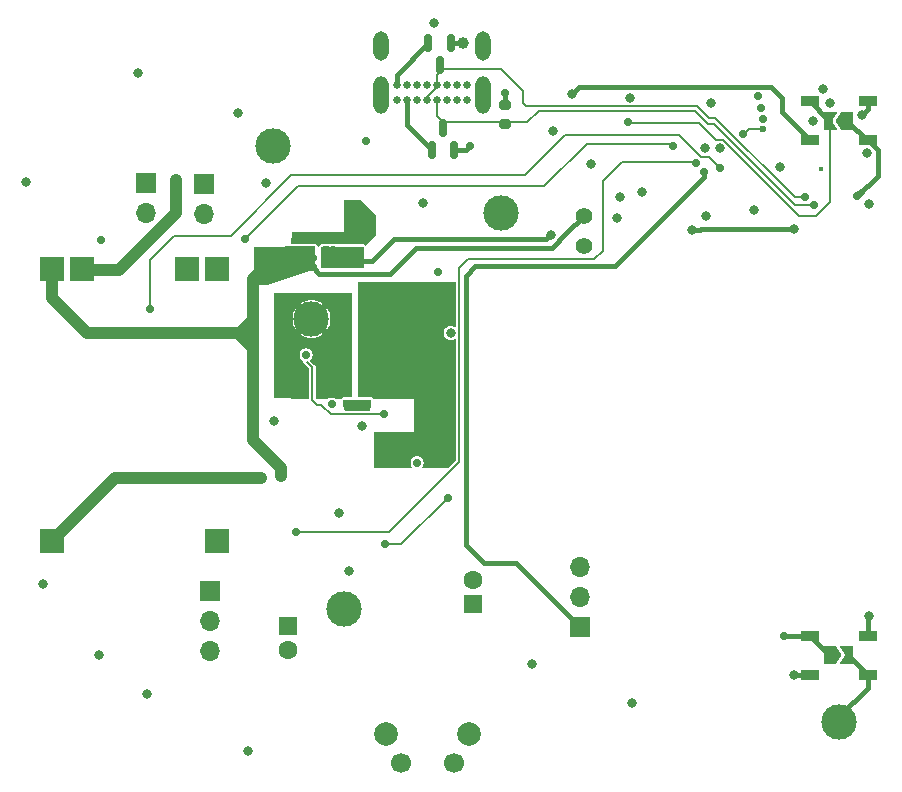
<source format=gbr>
%TF.GenerationSoftware,KiCad,Pcbnew,8.0.7*%
%TF.CreationDate,2025-02-05T21:47:47-05:00*%
%TF.ProjectId,SHERPENT20250113,53484552-5045-44e5-9432-303235303131,rev?*%
%TF.SameCoordinates,Original*%
%TF.FileFunction,Copper,L4,Bot*%
%TF.FilePolarity,Positive*%
%FSLAX46Y46*%
G04 Gerber Fmt 4.6, Leading zero omitted, Abs format (unit mm)*
G04 Created by KiCad (PCBNEW 8.0.7) date 2025-02-05 21:47:47*
%MOMM*%
%LPD*%
G01*
G04 APERTURE LIST*
G04 Aperture macros list*
%AMRoundRect*
0 Rectangle with rounded corners*
0 $1 Rounding radius*
0 $2 $3 $4 $5 $6 $7 $8 $9 X,Y pos of 4 corners*
0 Add a 4 corners polygon primitive as box body*
4,1,4,$2,$3,$4,$5,$6,$7,$8,$9,$2,$3,0*
0 Add four circle primitives for the rounded corners*
1,1,$1+$1,$2,$3*
1,1,$1+$1,$4,$5*
1,1,$1+$1,$6,$7*
1,1,$1+$1,$8,$9*
0 Add four rect primitives between the rounded corners*
20,1,$1+$1,$2,$3,$4,$5,0*
20,1,$1+$1,$4,$5,$6,$7,0*
20,1,$1+$1,$6,$7,$8,$9,0*
20,1,$1+$1,$8,$9,$2,$3,0*%
%AMFreePoly0*
4,1,6,1.000000,0.000000,0.500000,-0.750000,-0.500000,-0.750000,-0.500000,0.750000,0.500000,0.750000,1.000000,0.000000,1.000000,0.000000,$1*%
%AMFreePoly1*
4,1,6,0.500000,-0.750000,-0.650000,-0.750000,-0.150000,0.000000,-0.650000,0.750000,0.500000,0.750000,0.500000,-0.750000,0.500000,-0.750000,$1*%
G04 Aperture macros list end*
%TA.AperFunction,ComponentPad*%
%ADD10C,3.000000*%
%TD*%
%TA.AperFunction,ComponentPad*%
%ADD11R,1.600000X1.600000*%
%TD*%
%TA.AperFunction,ComponentPad*%
%ADD12C,1.600000*%
%TD*%
%TA.AperFunction,ComponentPad*%
%ADD13R,1.700000X1.700000*%
%TD*%
%TA.AperFunction,ComponentPad*%
%ADD14O,1.700000X1.700000*%
%TD*%
%TA.AperFunction,ComponentPad*%
%ADD15C,0.648000*%
%TD*%
%TA.AperFunction,ComponentPad*%
%ADD16O,1.300000X2.500000*%
%TD*%
%TA.AperFunction,ComponentPad*%
%ADD17O,1.300000X3.200000*%
%TD*%
%TA.AperFunction,ComponentPad*%
%ADD18C,1.400000*%
%TD*%
%TA.AperFunction,ComponentPad*%
%ADD19R,2.000000X2.000000*%
%TD*%
%TA.AperFunction,ComponentPad*%
%ADD20C,1.700000*%
%TD*%
%TA.AperFunction,ComponentPad*%
%ADD21C,2.000000*%
%TD*%
%TA.AperFunction,SMDPad,CuDef*%
%ADD22RoundRect,0.150000X0.150000X-0.587500X0.150000X0.587500X-0.150000X0.587500X-0.150000X-0.587500X0*%
%TD*%
%TA.AperFunction,SMDPad,CuDef*%
%ADD23RoundRect,0.200000X-0.275000X0.200000X-0.275000X-0.200000X0.275000X-0.200000X0.275000X0.200000X0*%
%TD*%
%TA.AperFunction,SMDPad,CuDef*%
%ADD24RoundRect,0.090000X0.660000X0.360000X-0.660000X0.360000X-0.660000X-0.360000X0.660000X-0.360000X0*%
%TD*%
%TA.AperFunction,SMDPad,CuDef*%
%ADD25RoundRect,0.150000X-0.150000X0.587500X-0.150000X-0.587500X0.150000X-0.587500X0.150000X0.587500X0*%
%TD*%
%TA.AperFunction,SMDPad,CuDef*%
%ADD26RoundRect,0.090000X-0.660000X-0.360000X0.660000X-0.360000X0.660000X0.360000X-0.660000X0.360000X0*%
%TD*%
%TA.AperFunction,SMDPad,CuDef*%
%ADD27FreePoly0,180.000000*%
%TD*%
%TA.AperFunction,SMDPad,CuDef*%
%ADD28FreePoly1,180.000000*%
%TD*%
%TA.AperFunction,SMDPad,CuDef*%
%ADD29FreePoly0,0.000000*%
%TD*%
%TA.AperFunction,SMDPad,CuDef*%
%ADD30FreePoly1,0.000000*%
%TD*%
%TA.AperFunction,ViaPad*%
%ADD31C,1.000000*%
%TD*%
%TA.AperFunction,ViaPad*%
%ADD32C,0.800000*%
%TD*%
%TA.AperFunction,ViaPad*%
%ADD33C,0.700000*%
%TD*%
%TA.AperFunction,ViaPad*%
%ADD34C,0.450000*%
%TD*%
%TA.AperFunction,ViaPad*%
%ADD35C,0.500000*%
%TD*%
%TA.AperFunction,ViaPad*%
%ADD36C,0.600000*%
%TD*%
%TA.AperFunction,Conductor*%
%ADD37C,0.450000*%
%TD*%
%TA.AperFunction,Conductor*%
%ADD38C,1.000000*%
%TD*%
%TA.AperFunction,Conductor*%
%ADD39C,0.200000*%
%TD*%
%TA.AperFunction,Conductor*%
%ADD40C,0.160000*%
%TD*%
G04 APERTURE END LIST*
D10*
%TO.P,TP1,1,1*%
%TO.N,/VBATT*%
X154927200Y-80467600D03*
%TD*%
%TO.P,TP7,1,1*%
%TO.N,+9V*%
X158153000Y-95148800D03*
%TD*%
D11*
%TO.P,C8,1*%
%TO.N,+9V*%
X171800000Y-119255113D03*
D12*
%TO.P,C8,2*%
%TO.N,GND*%
X171800000Y-117255113D03*
%TD*%
D10*
%TO.P,NEO-END1,1,1*%
%TO.N,Net-(D19-DOUT)*%
X202857000Y-129235600D03*
%TD*%
%TO.P,TP4,1,1*%
%TO.N,+3.3V*%
X174200000Y-86200000D03*
%TD*%
D13*
%TO.P,J2,1,Pin_1*%
%TO.N,/Moteur1_PWM*%
X149600000Y-118175000D03*
D14*
%TO.P,J2,2,Pin_2*%
%TO.N,+9V*%
X149600000Y-120715000D03*
%TO.P,J2,3,Pin_3*%
%TO.N,GND*%
X149600000Y-123255000D03*
%TD*%
D13*
%TO.P,BT1,1,+*%
%TO.N,Net-(BT1-+)*%
X149053945Y-83687345D03*
D14*
%TO.P,BT1,2,-*%
%TO.N,/B-*%
X149053945Y-86227345D03*
%TD*%
D15*
%TO.P,J1,A1,GND1*%
%TO.N,GND*%
X171304800Y-76649200D03*
%TO.P,J1,A4,VBUS1*%
%TO.N,/VUSB*%
X170454800Y-76649200D03*
%TO.P,J1,A5,CC1*%
%TO.N,Net-(J1-CC1)*%
X169604800Y-76649200D03*
%TO.P,J1,A6,DA+*%
%TO.N,/USB_ESP32P*%
X168754800Y-76649200D03*
%TO.P,J1,A7,DA-*%
%TO.N,/USB_ESP32N*%
X167904800Y-76649200D03*
%TO.P,J1,A8,SBU1*%
%TO.N,unconnected-(J1-SBU1-PadA8)*%
X167054800Y-76649200D03*
%TO.P,J1,A9,VBUS2*%
%TO.N,/VUSB*%
X166204800Y-76649200D03*
%TO.P,J1,A12,GND2*%
%TO.N,GND*%
X165354800Y-76649200D03*
%TO.P,J1,B1,GND3*%
X165354800Y-75299200D03*
%TO.P,J1,B4,VBUS3*%
%TO.N,/VUSB*%
X166204800Y-75299200D03*
%TO.P,J1,B5,CC2*%
%TO.N,Net-(J1-CC2)*%
X167054800Y-75299200D03*
%TO.P,J1,B6,DB+*%
%TO.N,/USB_ESP32P*%
X167904800Y-75299200D03*
%TO.P,J1,B7,DB-*%
%TO.N,/USB_ESP32N*%
X168754800Y-75299200D03*
%TO.P,J1,B8,SBU2*%
%TO.N,unconnected-(J1-SBU2-PadB8)*%
X169604800Y-75299200D03*
%TO.P,J1,B9,VBUS4*%
%TO.N,/VUSB*%
X170454800Y-75299200D03*
%TO.P,J1,B12,GND4*%
%TO.N,GND*%
X171304800Y-75299200D03*
D16*
%TO.P,J1,SH1,SHIELD1*%
%TO.N,unconnected-(J1-SHIELD1-PadSH1)*%
X172649800Y-71999200D03*
%TO.P,J1,SH2,SHIELD2*%
%TO.N,unconnected-(J1-SHIELD2-PadSH2)*%
X164009800Y-71999200D03*
D17*
%TO.P,J1,SH3,SHIELD3*%
%TO.N,unconnected-(J1-SHIELD3-PadSH3)*%
X172649800Y-76149200D03*
%TO.P,J1,SH4,SHIELD4*%
%TO.N,unconnected-(J1-SHIELD4-PadSH4)*%
X164009800Y-76149200D03*
%TD*%
D11*
%TO.P,C7,1*%
%TO.N,+9V*%
X156200000Y-121144888D03*
D12*
%TO.P,C7,2*%
%TO.N,GND*%
X156200000Y-123144888D03*
%TD*%
D13*
%TO.P,J3,1,Pin_1*%
%TO.N,/Moteur2_PWM*%
X180860600Y-121234600D03*
D14*
%TO.P,J3,2,Pin_2*%
%TO.N,+9V*%
X180860600Y-118694600D03*
%TO.P,J3,3,Pin_3*%
%TO.N,GND*%
X180860600Y-116154600D03*
%TD*%
D18*
%TO.P,JP19,1,A*%
%TO.N,/VUSB*%
X181267000Y-88931200D03*
%TO.P,JP19,2,B*%
%TO.N,/VBATT*%
X181267000Y-86391200D03*
%TD*%
D13*
%TO.P,BT2,1,+*%
%TO.N,Net-(BT2-+)*%
X144159545Y-83661945D03*
D14*
%TO.P,BT2,2,-*%
%TO.N,/B-*%
X144159545Y-86201945D03*
%TD*%
D19*
%TO.P,U4,1,5V_IN*%
%TO.N,/VUSB*%
X136187500Y-113912500D03*
%TO.P,U4,2,GND*%
%TO.N,GND*%
X150187500Y-113912500D03*
%TO.P,U4,3,Out+*%
%TO.N,/VBATT*%
X136187500Y-90912500D03*
%TO.P,U4,4,Out-*%
%TO.N,GND*%
X150187500Y-90912500D03*
%TO.P,U4,5,B+*%
%TO.N,/VBATT*%
X138727500Y-90912500D03*
%TO.P,U4,6,B-*%
%TO.N,/B-*%
X147647500Y-90912500D03*
%TD*%
D10*
%TO.P,TP2,1,1*%
%TO.N,/VUSB*%
X160900000Y-119700000D03*
%TD*%
D20*
%TO.P,SW1,1*%
%TO.N,GND*%
X165750000Y-132750000D03*
%TO.P,SW1,2*%
%TO.N,Net-(D2-K)*%
X170250000Y-132750000D03*
D21*
%TO.P,SW1,3*%
%TO.N,GND*%
X164500000Y-130250000D03*
%TO.P,SW1,4*%
X171500000Y-130250000D03*
%TD*%
D22*
%TO.P,D27,1,K*%
%TO.N,GND*%
X170250000Y-80837500D03*
%TO.P,D27,2,A*%
%TO.N,/VUSB*%
X168350000Y-80837500D03*
%TO.P,D27,3,K*%
%TO.N,/USB_ESP32P*%
X169300000Y-78962500D03*
%TD*%
D23*
%TO.P,R25,1*%
%TO.N,+3.3V*%
X174500000Y-77000000D03*
%TO.P,R25,2*%
%TO.N,/USB_ESP32P*%
X174500000Y-78650000D03*
%TD*%
D24*
%TO.P,D19,1,VDD*%
%TO.N,+9V*%
X205242400Y-121975000D03*
%TO.P,D19,2,DOUT*%
%TO.N,Net-(D19-DOUT)*%
X205242400Y-125275000D03*
%TO.P,D19,3,VSS*%
%TO.N,GND*%
X200342400Y-125275000D03*
%TO.P,D19,4,DIN*%
%TO.N,Net-(D18-DOUT)*%
X200342400Y-121975000D03*
%TD*%
D25*
%TO.P,D26,1,K*%
%TO.N,GND*%
X168050000Y-71762500D03*
%TO.P,D26,2,A*%
%TO.N,/VUSB*%
X169950000Y-71762500D03*
%TO.P,D26,3,K*%
%TO.N,/USB_ESP32N*%
X169000000Y-73637500D03*
%TD*%
D26*
%TO.P,D7,1,VDD*%
%TO.N,+9V*%
X200342400Y-79998200D03*
%TO.P,D7,2,DOUT*%
%TO.N,Net-(D7-DOUT)*%
X200342400Y-76698200D03*
%TO.P,D7,3,VSS*%
%TO.N,GND*%
X205242400Y-76698200D03*
%TO.P,D7,4,DIN*%
%TO.N,/NEOPX*%
X205242400Y-79998200D03*
%TD*%
D27*
%TO.P,JP1,1,A*%
%TO.N,/NEOPX*%
X203517400Y-78348200D03*
D28*
%TO.P,JP1,2,B*%
%TO.N,Net-(D7-DOUT)*%
X202067400Y-78348200D03*
%TD*%
D29*
%TO.P,JP15,1,A*%
%TO.N,Net-(D18-DOUT)*%
X202067400Y-123625000D03*
D30*
%TO.P,JP15,2,B*%
%TO.N,Net-(D19-DOUT)*%
X203517400Y-123625000D03*
%TD*%
D31*
%TO.N,GND*%
X164750000Y-97000000D03*
X165750000Y-98750000D03*
D32*
X191554000Y-86449800D03*
D31*
X165750000Y-97500000D03*
D32*
X151955400Y-77673600D03*
D33*
X162500000Y-87000000D03*
X161250000Y-87000000D03*
D32*
X197800000Y-82300000D03*
X185100000Y-76400000D03*
D33*
X195988519Y-76300766D03*
D32*
X162397899Y-104192749D03*
D34*
X201318509Y-82422109D03*
D31*
X163750000Y-98750000D03*
D33*
X171600000Y-80500000D03*
D32*
X176820000Y-124335400D03*
D31*
X163500000Y-99877150D03*
D33*
X196419422Y-78180577D03*
X162800000Y-80100000D03*
D32*
X205159204Y-81115800D03*
D33*
X159000000Y-88462945D03*
X140366400Y-88466400D03*
D32*
X201472700Y-75667500D03*
D31*
X164500000Y-100750000D03*
D32*
X200647200Y-78398000D03*
X198996200Y-125275000D03*
D33*
X160500000Y-88462945D03*
D32*
X155003400Y-103810200D03*
X161346600Y-116463600D03*
X160446600Y-111563600D03*
X162877400Y-93243800D03*
D33*
X159750000Y-88462945D03*
D31*
X164750000Y-99500000D03*
D32*
X181800000Y-82000000D03*
X204762000Y-77864600D03*
X144259200Y-126898800D03*
X192000000Y-76900000D03*
X184250000Y-84849600D03*
X135400000Y-117600000D03*
D31*
X163750000Y-97500000D03*
D32*
X205333000Y-85395200D03*
D31*
X164750000Y-98250000D03*
D32*
X186148841Y-84368051D03*
X191482160Y-80631013D03*
%TO.N,/VBATT*%
X199000000Y-87500000D03*
D33*
X156000000Y-91250000D03*
X157500000Y-90000000D03*
D31*
X155613000Y-108407600D03*
D33*
X154500000Y-89750000D03*
X156750000Y-90000000D03*
X158250000Y-90000000D03*
X146700000Y-83400000D03*
X157500000Y-90750000D03*
X146700000Y-84500000D03*
X156750000Y-90750000D03*
X154500000Y-91250000D03*
X153750000Y-89750000D03*
X153750000Y-91250000D03*
X153750000Y-90500000D03*
X158250000Y-90750000D03*
D32*
X190400000Y-87600000D03*
D33*
X154500000Y-90500000D03*
D32*
%TO.N,+9V*%
X169938600Y-96317200D03*
X185331000Y-127635400D03*
D31*
X155750000Y-101000000D03*
X155750000Y-99750000D03*
D33*
X168900000Y-91200000D03*
D32*
X134000000Y-83512800D03*
X205371600Y-120269400D03*
X143470800Y-74347200D03*
X168500000Y-70100000D03*
D31*
X156500000Y-98500000D03*
X159208771Y-101260110D03*
X160413599Y-100482800D03*
D32*
X178600000Y-79223000D03*
X140200000Y-123600000D03*
D31*
X157250000Y-99750000D03*
D32*
X152768200Y-131699400D03*
D31*
X157250000Y-101000000D03*
D32*
X180200000Y-76100000D03*
%TO.N,+3.3V*%
X192752355Y-80646261D03*
X154266800Y-83616145D03*
D33*
X174525000Y-75975000D03*
D32*
X167587800Y-85293200D03*
X202044200Y-76848600D03*
D33*
X196236288Y-77286455D03*
D32*
X184010200Y-86576800D03*
X195630700Y-85954500D03*
D33*
%TO.N,/VUSB*%
X160250000Y-90250000D03*
X159500000Y-90250000D03*
D31*
X171000000Y-71762500D03*
D32*
X178400000Y-88000000D03*
D31*
X153900000Y-108600000D03*
D33*
X161000000Y-90250000D03*
%TO.N,/USB_ESP32P*%
X200700000Y-85500000D03*
%TO.N,/USB_ESP32N*%
X199936000Y-84822148D03*
%TO.N,/Moteur1_PWM*%
X192740613Y-82324212D03*
X144500000Y-94300000D03*
%TO.N,/StayOn*%
X156806800Y-113208200D03*
X190690400Y-81954000D03*
%TO.N,/CHARGE*%
X152500000Y-88400000D03*
X188735873Y-80525000D03*
%TO.N,/Moteur2_PWM*%
X191392852Y-82720775D03*
D35*
%TO.N,Net-(C5-Pad1)*%
X162587040Y-102368840D03*
X161504968Y-102374556D03*
D33*
%TO.N,/NEOPX*%
X204369846Y-84769846D03*
%TO.N,/Button*%
X164376000Y-114226100D03*
X169700000Y-110300000D03*
%TO.N,Net-(Q4-D)*%
X167096600Y-107305600D03*
X159856278Y-102348739D03*
%TO.N,Net-(U2-FB)*%
X164283400Y-103216600D03*
X157700000Y-98200000D03*
%TO.N,Net-(U7-GPIO2)*%
X194698859Y-79526223D03*
D36*
X196367813Y-79036896D03*
D33*
%TO.N,Net-(D7-DOUT)*%
X184964600Y-78435400D03*
%TO.N,Net-(D18-DOUT)*%
X198183400Y-122022000D03*
%TD*%
D37*
%TO.N,GND*%
X170250000Y-80837500D02*
X171262500Y-80837500D01*
X205242400Y-77384200D02*
X204762000Y-77864600D01*
X165354800Y-74457700D02*
X168050000Y-71762500D01*
X200342400Y-125275000D02*
X198996200Y-125275000D01*
X205242400Y-76698200D02*
X205242400Y-77384200D01*
X171262500Y-80837500D02*
X171600000Y-80500000D01*
X165354800Y-75299200D02*
X165354800Y-74457700D01*
D38*
%TO.N,/VBATT*%
X139175000Y-96375000D02*
X153150400Y-96375000D01*
D37*
X191109373Y-87500000D02*
X191009373Y-87600000D01*
X178500000Y-89100000D02*
X167021200Y-89100000D01*
X179700000Y-87900000D02*
X178500000Y-89100000D01*
X164821200Y-91300000D02*
X158800000Y-91300000D01*
D38*
X153225400Y-105359600D02*
X153225400Y-96300000D01*
D37*
X158800000Y-91300000D02*
X158250000Y-90750000D01*
D38*
X155613000Y-108407600D02*
X155613000Y-107747200D01*
X136187500Y-93387500D02*
X139175000Y-96375000D01*
X136187500Y-91012500D02*
X136187500Y-93387500D01*
X155613000Y-107747200D02*
X153225400Y-105359600D01*
X146700000Y-86200000D02*
X141887500Y-91012500D01*
X153150400Y-96375000D02*
X153225400Y-96300000D01*
X141887500Y-91012500D02*
X139687500Y-91012500D01*
D37*
X181213825Y-86391200D02*
X179705025Y-87900000D01*
X179705025Y-87900000D02*
X179700000Y-87900000D01*
X181267000Y-86391200D02*
X181213825Y-86391200D01*
D38*
X153225400Y-91774600D02*
X154500000Y-90500000D01*
D37*
X199000000Y-87500000D02*
X191109373Y-87500000D01*
D38*
X153225400Y-96300000D02*
X153225400Y-91774600D01*
D37*
X191009373Y-87600000D02*
X190400000Y-87600000D01*
X167021200Y-89100000D02*
X164821200Y-91300000D01*
D38*
X146700000Y-83400000D02*
X146700000Y-86200000D01*
D37*
%TO.N,+9V*%
X200342400Y-79998200D02*
X198000000Y-77655800D01*
X205242400Y-120398600D02*
X205371600Y-120269400D01*
X198000000Y-76401525D02*
X197098475Y-75500000D01*
X205242400Y-121975000D02*
X205242400Y-120398600D01*
X180800000Y-75500000D02*
X180200000Y-76100000D01*
X198000000Y-77655800D02*
X198000000Y-76401525D01*
X197098475Y-75500000D02*
X180800000Y-75500000D01*
%TO.N,+3.3V*%
X174525000Y-75975000D02*
X174525000Y-76975000D01*
X174525000Y-76975000D02*
X174500000Y-77000000D01*
D38*
%TO.N,/VUSB*%
X141500000Y-108600000D02*
X153900000Y-108600000D01*
X136187500Y-113912500D02*
X141500000Y-108600000D01*
D37*
X166204800Y-78692300D02*
X166204800Y-76649200D01*
X165100000Y-88400000D02*
X163250000Y-90250000D01*
X178000000Y-88400000D02*
X165100000Y-88400000D01*
X169950000Y-71762500D02*
X171000000Y-71762500D01*
X163250000Y-90250000D02*
X161000000Y-90250000D01*
X178400000Y-88000000D02*
X178000000Y-88400000D01*
X168350000Y-80837500D02*
X166204800Y-78692300D01*
D39*
%TO.N,/USB_ESP32P*%
X191720278Y-78600000D02*
X190620278Y-77500000D01*
X177400000Y-77500000D02*
X176425000Y-78475000D01*
X169275000Y-78475000D02*
X168754800Y-77954800D01*
X176425000Y-78475000D02*
X169275000Y-78475000D01*
X199105162Y-85500000D02*
X192205162Y-78600000D01*
X200700000Y-85500000D02*
X199105162Y-85500000D01*
X192205162Y-78600000D02*
X191720278Y-78600000D01*
X168754800Y-77954800D02*
X168754800Y-76649200D01*
X190620278Y-77500000D02*
X177400000Y-77500000D01*
%TO.N,/USB_ESP32N*%
X176075100Y-76873429D02*
X176075100Y-75875100D01*
X176301671Y-77100000D02*
X176075100Y-76873429D01*
X168754800Y-75545200D02*
X168754800Y-75299200D01*
X167904800Y-76649200D02*
X167904800Y-76395200D01*
X167904800Y-76395200D02*
X168754800Y-75545200D01*
X199074227Y-84822148D02*
X192352079Y-78100000D01*
X190785964Y-77100000D02*
X176301671Y-77100000D01*
X169275000Y-74000000D02*
X168754800Y-74520200D01*
X168754800Y-74520200D02*
X168754800Y-75299200D01*
X192352079Y-78100000D02*
X191785964Y-78100000D01*
X191785964Y-78100000D02*
X190785964Y-77100000D01*
X176075100Y-75875100D02*
X174200000Y-74000000D01*
X174200000Y-74000000D02*
X169275000Y-74000000D01*
X199936000Y-84822148D02*
X199074227Y-84822148D01*
D40*
%TO.N,/Moteur1_PWM*%
X191100000Y-81400000D02*
X189250000Y-79550000D01*
X179650000Y-79550000D02*
X176200000Y-83000000D01*
X146550000Y-88100000D02*
X144500000Y-90150000D01*
X151350000Y-88100000D02*
X146550000Y-88100000D01*
X156450000Y-83000000D02*
X151350000Y-88100000D01*
X192740613Y-82324212D02*
X191816401Y-81400000D01*
X144500000Y-90150000D02*
X144500000Y-94300000D01*
X189250000Y-79550000D02*
X179650000Y-79550000D01*
X176200000Y-83000000D02*
X156450000Y-83000000D01*
X191816401Y-81400000D02*
X191100000Y-81400000D01*
%TO.N,/StayOn*%
X170640600Y-107299573D02*
X164731973Y-113208200D01*
X164731973Y-113208200D02*
X156806800Y-113208200D01*
X182800000Y-83500000D02*
X182800000Y-89400000D01*
X182800000Y-89400000D02*
X182100000Y-90100000D01*
X170640600Y-90859400D02*
X170640600Y-107299573D01*
X171400000Y-90100000D02*
X170640600Y-90859400D01*
X190690400Y-81954000D02*
X190588800Y-81852400D01*
X182100000Y-90100000D02*
X171400000Y-90100000D01*
X190588800Y-81852400D02*
X184447600Y-81852400D01*
X184447600Y-81852400D02*
X182800000Y-83500000D01*
%TO.N,/CHARGE*%
X152532000Y-88400000D02*
X157032000Y-83900000D01*
X188510873Y-80300000D02*
X188735873Y-80525000D01*
X152500000Y-88400000D02*
X152532000Y-88400000D01*
X157032000Y-83900000D02*
X177875000Y-83900000D01*
X177875000Y-83900000D02*
X181475000Y-80300000D01*
X181475000Y-80300000D02*
X188510873Y-80300000D01*
D37*
%TO.N,/Moteur2_PWM*%
X171234000Y-91491200D02*
X171234000Y-114309705D01*
X172748695Y-115824400D02*
X175450400Y-115824400D01*
X191392852Y-83136602D02*
X183829454Y-90700000D01*
X171234000Y-114309705D02*
X172748695Y-115824400D01*
X172025200Y-90700000D02*
X171234000Y-91491200D01*
X183829454Y-90700000D02*
X172025200Y-90700000D01*
X175450400Y-115824400D02*
X180860600Y-121234600D01*
X191392852Y-82720775D02*
X191392852Y-83136602D01*
%TO.N,/NEOPX*%
X206100000Y-83039692D02*
X206100000Y-80855800D01*
X205167400Y-79998200D02*
X203517400Y-78348200D01*
X204369846Y-84769846D02*
X206100000Y-83039692D01*
X206100000Y-80855800D02*
X205242400Y-79998200D01*
X205242400Y-79998200D02*
X205167400Y-79998200D01*
D40*
%TO.N,/Button*%
X165773900Y-114226100D02*
X169700000Y-110300000D01*
X164376000Y-114226100D02*
X165773900Y-114226100D01*
%TO.N,Net-(U2-FB)*%
X159000000Y-102400000D02*
X159816600Y-103216600D01*
X159816600Y-103216600D02*
X164283400Y-103216600D01*
X158225000Y-99234000D02*
X158225000Y-101975000D01*
X158225000Y-101975000D02*
X158650000Y-102400000D01*
X158650000Y-102400000D02*
X159000000Y-102400000D01*
X157746600Y-98755600D02*
X158225000Y-99234000D01*
%TO.N,Net-(U7-GPIO2)*%
X196367813Y-79036896D02*
X195188186Y-79036896D01*
X195188186Y-79036896D02*
X194698859Y-79526223D01*
D37*
%TO.N,Net-(D7-DOUT)*%
X201992400Y-78348200D02*
X200342400Y-76698200D01*
D40*
X190950000Y-78550000D02*
X192366261Y-79966261D01*
X192366261Y-79966261D02*
X193034021Y-79966261D01*
D37*
X202067400Y-78348200D02*
X201992400Y-78348200D01*
D40*
X199467760Y-86400000D02*
X200877818Y-86400000D01*
X184964600Y-78435400D02*
X185079200Y-78550000D01*
X193034021Y-79966261D02*
X199467760Y-86400000D01*
X202067400Y-85210418D02*
X202067400Y-78348200D01*
X200877818Y-86400000D02*
X202067400Y-85210418D01*
X185079200Y-78550000D02*
X190950000Y-78550000D01*
D37*
%TO.N,Net-(D18-DOUT)*%
X198183400Y-122022000D02*
X200295400Y-122022000D01*
X202067400Y-123625000D02*
X201992400Y-123625000D01*
X201992400Y-123625000D02*
X200342400Y-121975000D01*
X200295400Y-122022000D02*
X200342400Y-121975000D01*
%TO.N,Net-(D19-DOUT)*%
X205242400Y-126393000D02*
X202857000Y-128778400D01*
X203592400Y-123625000D02*
X205242400Y-125275000D01*
X203517400Y-123625000D02*
X203592400Y-123625000D01*
X202857000Y-128778400D02*
X202857000Y-129235600D01*
X205242400Y-125275000D02*
X205242400Y-126393000D01*
%TD*%
%TA.AperFunction,Conductor*%
%TO.N,GND*%
G36*
X162307277Y-85053952D02*
G01*
X162307603Y-85054280D01*
X162341275Y-85088600D01*
X163599977Y-86371507D01*
X163614000Y-86405824D01*
X163614000Y-88067303D01*
X163599648Y-88101951D01*
X162785609Y-88915989D01*
X162750961Y-88930341D01*
X162716313Y-88915989D01*
X162709307Y-88907145D01*
X162708000Y-88905035D01*
X162707998Y-88905034D01*
X162707998Y-88905033D01*
X162633758Y-88851632D01*
X162615423Y-88843898D01*
X162599203Y-88837056D01*
X162599201Y-88837055D01*
X162599200Y-88837055D01*
X162520662Y-88820904D01*
X162520665Y-88820904D01*
X161530129Y-88814513D01*
X160539597Y-88808123D01*
X160539596Y-88808123D01*
X160539593Y-88808123D01*
X160525493Y-88808515D01*
X160518830Y-88808930D01*
X160504841Y-88810286D01*
X160493730Y-88810096D01*
X160492070Y-88809877D01*
X160491315Y-88809778D01*
X160478616Y-88808506D01*
X160472552Y-88808088D01*
X160459781Y-88807608D01*
X159915362Y-88804096D01*
X159824628Y-88803511D01*
X159824627Y-88803511D01*
X159824626Y-88803511D01*
X159810537Y-88803903D01*
X159803871Y-88804318D01*
X159789811Y-88805679D01*
X159756391Y-88810078D01*
X159743603Y-88810078D01*
X159702678Y-88804691D01*
X159689959Y-88803417D01*
X159683902Y-88803000D01*
X159671136Y-88802520D01*
X159109661Y-88798898D01*
X159109660Y-88798898D01*
X159109659Y-88798898D01*
X159107999Y-88798944D01*
X159095540Y-88799292D01*
X159088903Y-88799705D01*
X159074853Y-88801066D01*
X159002977Y-88810529D01*
X159002975Y-88810529D01*
X158938899Y-88829968D01*
X158910656Y-88843898D01*
X158910653Y-88843900D01*
X158896505Y-88853450D01*
X158864618Y-88874973D01*
X158864615Y-88874975D01*
X158811696Y-88949557D01*
X158796422Y-88986432D01*
X158794998Y-88985842D01*
X158773986Y-89011203D01*
X158750958Y-89016881D01*
X158725314Y-89016812D01*
X158690705Y-89002367D01*
X158677437Y-88977616D01*
X158676457Y-88972814D01*
X158666619Y-88949560D01*
X158661848Y-88938282D01*
X158661846Y-88938278D01*
X158624783Y-88880267D01*
X158624781Y-88880265D01*
X158549801Y-88827905D01*
X158549799Y-88827904D01*
X158515047Y-88813815D01*
X158515045Y-88813814D01*
X158515044Y-88813814D01*
X158495588Y-88810096D01*
X158436283Y-88798763D01*
X158436282Y-88798763D01*
X158420595Y-88798881D01*
X156504268Y-88813330D01*
X156469513Y-88799239D01*
X156454900Y-88764700D01*
X156454908Y-88763411D01*
X156474425Y-87798009D01*
X156489474Y-87763659D01*
X156523415Y-87750000D01*
X160870800Y-87750000D01*
X160870800Y-85088600D01*
X160885152Y-85053952D01*
X160919800Y-85039600D01*
X162272629Y-85039600D01*
X162307277Y-85053952D01*
G37*
%TD.AperFunction*%
%TD*%
%TA.AperFunction,Conductor*%
%TO.N,+9V*%
G36*
X161542254Y-92978807D02*
G01*
X161556739Y-93013400D01*
X161556739Y-93013449D01*
X161581493Y-101726761D01*
X161567240Y-101761450D01*
X161532632Y-101775900D01*
X160894400Y-101775900D01*
X160855259Y-101783685D01*
X160815759Y-101791542D01*
X160815749Y-101791545D01*
X160781116Y-101805891D01*
X160781110Y-101805894D01*
X160781109Y-101805895D01*
X160740949Y-101831129D01*
X160722819Y-101842521D01*
X160695522Y-101880991D01*
X160663766Y-101900943D01*
X160655372Y-101901635D01*
X160192019Y-101899853D01*
X160162378Y-101889728D01*
X160159026Y-101887156D01*
X160133903Y-101867878D01*
X160133900Y-101867877D01*
X160133898Y-101867875D01*
X159999986Y-101812408D01*
X159856278Y-101793489D01*
X159712569Y-101812408D01*
X159578652Y-101867878D01*
X159578648Y-101867880D01*
X159553528Y-101887156D01*
X159523511Y-101897282D01*
X158560372Y-101893577D01*
X158525912Y-101879225D01*
X158519852Y-101873165D01*
X158505500Y-101838517D01*
X158505500Y-99197070D01*
X158495942Y-99161401D01*
X158486384Y-99125731D01*
X158449456Y-99061769D01*
X158397231Y-99009544D01*
X158397230Y-99009543D01*
X158068579Y-98680892D01*
X158054227Y-98646244D01*
X158068579Y-98611596D01*
X158073377Y-98607386D01*
X158092621Y-98592621D01*
X158180861Y-98477625D01*
X158236330Y-98343709D01*
X158255250Y-98200000D01*
X158236330Y-98056291D01*
X158180861Y-97922375D01*
X158092621Y-97807379D01*
X157977625Y-97719139D01*
X157977620Y-97719136D01*
X157843708Y-97663669D01*
X157700000Y-97644750D01*
X157556291Y-97663669D01*
X157422379Y-97719136D01*
X157422374Y-97719139D01*
X157307379Y-97807378D01*
X157307378Y-97807379D01*
X157219139Y-97922374D01*
X157219136Y-97922379D01*
X157163669Y-98056291D01*
X157144750Y-98200000D01*
X157163669Y-98343708D01*
X157219136Y-98477620D01*
X157219139Y-98477625D01*
X157307379Y-98592621D01*
X157422375Y-98680861D01*
X157435850Y-98686442D01*
X157462369Y-98712958D01*
X157466100Y-98731712D01*
X157466100Y-98792530D01*
X157485215Y-98863867D01*
X157485216Y-98863871D01*
X157522141Y-98927825D01*
X157522143Y-98927827D01*
X157522145Y-98927831D01*
X157522148Y-98927834D01*
X157930148Y-99335834D01*
X157944500Y-99370482D01*
X157944500Y-101842019D01*
X157930148Y-101876667D01*
X157895500Y-101891019D01*
X157895312Y-101891019D01*
X155026672Y-101879987D01*
X154992079Y-101865502D01*
X154977860Y-101831129D01*
X154958768Y-95148800D01*
X156548052Y-95148800D01*
X156567812Y-95399872D01*
X156626603Y-95644754D01*
X156722982Y-95877434D01*
X156722984Y-95877437D01*
X156854561Y-96092152D01*
X156854568Y-96092162D01*
X156855266Y-96092979D01*
X157475421Y-95472824D01*
X157488359Y-95504058D01*
X157570437Y-95626897D01*
X157674903Y-95731363D01*
X157797742Y-95813441D01*
X157828974Y-95826377D01*
X157208819Y-96446532D01*
X157209637Y-96447231D01*
X157424362Y-96578815D01*
X157424365Y-96578817D01*
X157657045Y-96675196D01*
X157901927Y-96733987D01*
X158153000Y-96753747D01*
X158404072Y-96733987D01*
X158648954Y-96675196D01*
X158881634Y-96578817D01*
X158881637Y-96578815D01*
X159096360Y-96447232D01*
X159096369Y-96447226D01*
X159097179Y-96446533D01*
X159097180Y-96446532D01*
X158477025Y-95826378D01*
X158508258Y-95813441D01*
X158631097Y-95731363D01*
X158735563Y-95626897D01*
X158817641Y-95504058D01*
X158830578Y-95472825D01*
X159450732Y-96092980D01*
X159450733Y-96092979D01*
X159451426Y-96092169D01*
X159451432Y-96092160D01*
X159583015Y-95877437D01*
X159583017Y-95877434D01*
X159679396Y-95644754D01*
X159738187Y-95399872D01*
X159757947Y-95148800D01*
X159738187Y-94897727D01*
X159679396Y-94652845D01*
X159583017Y-94420165D01*
X159583015Y-94420162D01*
X159451431Y-94205437D01*
X159450732Y-94204619D01*
X158830577Y-94824773D01*
X158817641Y-94793542D01*
X158735563Y-94670703D01*
X158631097Y-94566237D01*
X158508258Y-94484159D01*
X158477023Y-94471221D01*
X159097179Y-93851066D01*
X159096362Y-93850368D01*
X159096352Y-93850361D01*
X158881637Y-93718784D01*
X158881634Y-93718782D01*
X158648954Y-93622403D01*
X158404072Y-93563612D01*
X158153000Y-93543852D01*
X157901927Y-93563612D01*
X157657045Y-93622403D01*
X157424365Y-93718782D01*
X157424362Y-93718784D01*
X157209641Y-93850364D01*
X157209632Y-93850371D01*
X157208819Y-93851065D01*
X157208819Y-93851066D01*
X157828974Y-94471221D01*
X157797742Y-94484159D01*
X157674903Y-94566237D01*
X157570437Y-94670703D01*
X157488359Y-94793542D01*
X157475421Y-94824774D01*
X156855266Y-94204619D01*
X156855265Y-94204619D01*
X156854571Y-94205432D01*
X156854564Y-94205441D01*
X156722984Y-94420162D01*
X156722982Y-94420165D01*
X156626603Y-94652845D01*
X156567812Y-94897727D01*
X156548052Y-95148800D01*
X154958768Y-95148800D01*
X154952739Y-93038748D01*
X154966992Y-93004062D01*
X155001549Y-92989611D01*
X161507552Y-92964588D01*
X161542254Y-92978807D01*
G37*
%TD.AperFunction*%
%TD*%
%TA.AperFunction,Conductor*%
%TO.N,GND*%
G36*
X170345748Y-92014352D02*
G01*
X170360100Y-92049000D01*
X170360100Y-95784352D01*
X170345748Y-95819000D01*
X170311100Y-95833352D01*
X170281272Y-95823227D01*
X170241441Y-95792664D01*
X170241438Y-95792663D01*
X170241436Y-95792661D01*
X170095361Y-95732155D01*
X169938600Y-95711518D01*
X169781838Y-95732155D01*
X169635763Y-95792661D01*
X169635758Y-95792664D01*
X169510318Y-95888917D01*
X169510317Y-95888918D01*
X169414064Y-96014358D01*
X169414061Y-96014363D01*
X169353555Y-96160438D01*
X169332918Y-96317200D01*
X169353555Y-96473961D01*
X169414061Y-96620036D01*
X169414064Y-96620041D01*
X169510318Y-96745482D01*
X169635759Y-96841736D01*
X169635761Y-96841736D01*
X169635763Y-96841738D01*
X169655823Y-96850047D01*
X169781838Y-96902244D01*
X169938600Y-96922882D01*
X170095362Y-96902244D01*
X170241441Y-96841736D01*
X170281271Y-96811172D01*
X170317496Y-96801466D01*
X170349974Y-96820218D01*
X170360100Y-96850047D01*
X170360100Y-107163090D01*
X170345748Y-107197738D01*
X169810638Y-107732848D01*
X169775990Y-107747200D01*
X167551000Y-107747200D01*
X167516352Y-107732848D01*
X167502000Y-107698200D01*
X167512126Y-107668371D01*
X167521548Y-107656091D01*
X167577461Y-107583225D01*
X167632930Y-107449309D01*
X167651850Y-107305600D01*
X167632930Y-107161891D01*
X167577461Y-107027975D01*
X167489221Y-106912979D01*
X167374225Y-106824739D01*
X167374220Y-106824736D01*
X167240308Y-106769269D01*
X167096600Y-106750350D01*
X166952891Y-106769269D01*
X166818979Y-106824736D01*
X166818974Y-106824739D01*
X166703979Y-106912978D01*
X166703978Y-106912979D01*
X166615739Y-107027974D01*
X166615736Y-107027979D01*
X166560269Y-107161891D01*
X166541350Y-107305600D01*
X166560269Y-107449308D01*
X166615736Y-107583220D01*
X166615739Y-107583225D01*
X166681074Y-107668371D01*
X166690781Y-107704596D01*
X166672029Y-107737074D01*
X166642200Y-107747200D01*
X163510600Y-107747200D01*
X163475952Y-107732848D01*
X163461600Y-107698200D01*
X163461600Y-104773600D01*
X163475952Y-104738952D01*
X163510600Y-104724600D01*
X166865200Y-104724600D01*
X166865200Y-101905200D01*
X163428104Y-101905200D01*
X163393456Y-101890848D01*
X163386615Y-101882270D01*
X163371879Y-101858819D01*
X163371878Y-101858817D01*
X163297293Y-101805896D01*
X163262646Y-101791544D01*
X163262640Y-101791542D01*
X163230926Y-101785234D01*
X163184000Y-101775900D01*
X163183997Y-101775900D01*
X162114229Y-101775900D01*
X162079581Y-101761548D01*
X162065229Y-101726900D01*
X162065229Y-101726727D01*
X162082420Y-96850047D01*
X162085365Y-96014358D01*
X162099344Y-92048827D01*
X162113818Y-92014230D01*
X162148344Y-92000000D01*
X170311100Y-92000000D01*
X170345748Y-92014352D01*
G37*
%TD.AperFunction*%
%TD*%
%TA.AperFunction,Conductor*%
%TO.N,/VUSB*%
G36*
X159669796Y-89008016D02*
G01*
X159675853Y-89008433D01*
X159750000Y-89018195D01*
X159816632Y-89009422D01*
X159823302Y-89009007D01*
X160458443Y-89013104D01*
X160464498Y-89013521D01*
X160500000Y-89018195D01*
X160531591Y-89014035D01*
X160538271Y-89013619D01*
X162519335Y-89026400D01*
X162553888Y-89040975D01*
X162568016Y-89075715D01*
X162562349Y-89098276D01*
X162557800Y-89106892D01*
X162557800Y-90775637D01*
X162543448Y-90810285D01*
X162509210Y-90824635D01*
X159036610Y-90853694D01*
X159001843Y-90839633D01*
X158987202Y-90805106D01*
X158987200Y-90804696D01*
X158987200Y-89062851D01*
X159001552Y-89028203D01*
X159029800Y-89014271D01*
X159101672Y-89004809D01*
X159108333Y-89004394D01*
X159669796Y-89008016D01*
G37*
%TD.AperFunction*%
%TD*%
%TA.AperFunction,Conductor*%
%TO.N,/VBATT*%
G36*
X158472586Y-89018348D02*
G01*
X158487199Y-89052887D01*
X158487200Y-89053256D01*
X158487200Y-90905902D01*
X158472848Y-90940550D01*
X158453944Y-90952304D01*
X154477657Y-92301402D01*
X154461913Y-92304000D01*
X153299000Y-92304000D01*
X153264352Y-92289648D01*
X153250000Y-92255000D01*
X153250000Y-89092007D01*
X153264352Y-89057359D01*
X153298630Y-89043008D01*
X158437831Y-89004257D01*
X158472586Y-89018348D01*
G37*
%TD.AperFunction*%
%TD*%
%TA.AperFunction,Conductor*%
%TO.N,Net-(C5-Pad1)*%
G36*
X163218648Y-101995752D02*
G01*
X163233000Y-102030400D01*
X163233000Y-102506589D01*
X163230323Y-102522563D01*
X163099112Y-102903074D01*
X163074249Y-102931151D01*
X163052789Y-102936100D01*
X161025611Y-102936100D01*
X160990963Y-102921748D01*
X160979288Y-102903074D01*
X160848077Y-102522563D01*
X160845400Y-102506589D01*
X160845400Y-102030400D01*
X160859752Y-101995752D01*
X160894400Y-101981400D01*
X163184000Y-101981400D01*
X163218648Y-101995752D01*
G37*
%TD.AperFunction*%
%TD*%
%TA.AperFunction,Conductor*%
%TO.N,/VBATT*%
G36*
X153185648Y-94583648D02*
G01*
X153200000Y-94618296D01*
X153200000Y-98181704D01*
X153185648Y-98216352D01*
X153151000Y-98230704D01*
X153116352Y-98216352D01*
X151334648Y-96434648D01*
X151320296Y-96400000D01*
X151334648Y-96365352D01*
X153116352Y-94583648D01*
X153151000Y-94569296D01*
X153185648Y-94583648D01*
G37*
%TD.AperFunction*%
%TD*%
%TA.AperFunction,Conductor*%
%TO.N,/NEOPX*%
G36*
X204712647Y-84122699D02*
G01*
X205016992Y-84427044D01*
X205020419Y-84435317D01*
X205018318Y-84442007D01*
X204625300Y-85005901D01*
X204617758Y-85010729D01*
X204609011Y-85008810D01*
X204607452Y-85007508D01*
X204369139Y-84770553D01*
X204369091Y-84770505D01*
X204132183Y-84532239D01*
X204128780Y-84523957D01*
X204132231Y-84515693D01*
X204133783Y-84514396D01*
X204697687Y-84121372D01*
X204706431Y-84119454D01*
X204712647Y-84122699D01*
G37*
%TD.AperFunction*%
%TD*%
M02*

</source>
